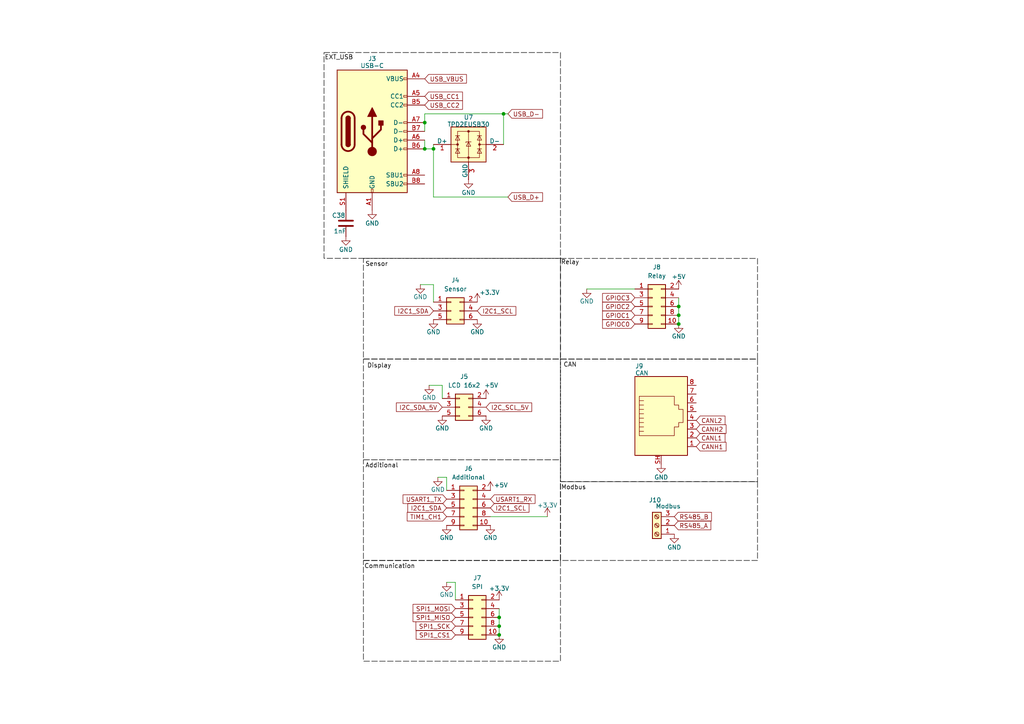
<source format=kicad_sch>
(kicad_sch (version 20250114) (generator "eeschema") (generator_version "9.0")
  (paper "A4")
  (title_block (title "IoT Logger B - Connectors") (date "2026-01-24") (rev "1.0") (company "Piotr Kłyś"))
  (lib_symbols
    (symbol "Connector:8P8C_Shielded" (pin_names (offset 1.016))
      (property "Reference" "J" (at -5.08 13.97 0))
      (property "Value" "8P8C_Shielded" (at 2.54 13.97 0))
      (symbol "8P8C_Shielded_0_1"
        (polyline (pts (xy -6.35 1.905) (xy -5.08 1.905) (xy -5.08 1.905)))
        (polyline (pts (xy -6.35 0.635) (xy -5.08 0.635) (xy -5.08 0.635)))
        (polyline (pts (xy -6.35 -0.635) (xy -5.08 -0.635) (xy -5.08 -0.635)))
        (polyline (pts (xy -6.35 -1.905) (xy -5.08 -1.905) (xy -5.08 -1.905)))
        (polyline (pts (xy -6.35 -3.175) (xy -5.08 -3.175) (xy -5.08 -3.175)))
        (polyline (pts (xy -6.35 -4.445) (xy -6.35 6.985) (xy 3.81 6.985) (xy 3.81 4.445) (xy 5.08 4.445) (xy 5.08 3.175) (xy 6.35 3.175) (xy 6.35 -0.635) (xy 5.08 -0.635) (xy 5.08 -1.905) (xy 3.81 -1.905) (xy 3.81 -4.445) (xy -6.35 -4.445) (xy -6.35 -4.445)))
        (polyline (pts (xy -5.08 5.715) (xy -6.35 5.715)))
        (polyline (pts (xy -5.08 4.445) (xy -6.35 4.445)))
        (polyline (pts (xy -5.08 3.175) (xy -6.35 3.175) (xy -6.35 3.175)))
        (rectangle (start 7.62 12.7) (end -7.62 -10.16) (stroke (width 0.254)) (fill (type background)))
      )
      (symbol "8P8C_Shielded_1_1"
        (pin passive line (at 0 -12.7 90) (length 2.54) (name "~") (number "SH"))
        (pin passive line (at 10.16 10.16 180) (length 2.54) (name "~") (number "8"))
        (pin passive line (at 10.16 7.62 180) (length 2.54) (name "~") (number "7"))
        (pin passive line (at 10.16 5.08 180) (length 2.54) (name "~") (number "6"))
        (pin passive line (at 10.16 2.54 180) (length 2.54) (name "~") (number "5"))
        (pin passive line (at 10.16 0 180) (length 2.54) (name "~") (number "4"))
        (pin passive line (at 10.16 -2.54 180) (length 2.54) (name "~") (number "3"))
        (pin passive line (at 10.16 -5.08 180) (length 2.54) (name "~") (number "2"))
        (pin passive line (at 10.16 -7.62 180) (length 2.54) (name "~") (number "1"))
      )
    )
    (symbol "Connector:Screw_Terminal_01x03" (pin_names (offset 1.016) (hide yes))
      (property "Reference" "J" (at 0 5.08 0))
      (property "Value" "Screw_Terminal_01x03" (at 0 -5.08 0))
      (symbol "Screw_Terminal_01x03_1_1"
        (rectangle (start -1.27 3.81) (end 1.27 -3.81) (stroke (width 0.254)) (fill (type background)))
        (polyline (pts (xy -0.5334 2.8702) (xy 0.3302 2.032)) (stroke (width 0.1524)))
        (polyline (pts (xy -0.5334 0.3302) (xy 0.3302 -0.508)) (stroke (width 0.1524)))
        (polyline (pts (xy -0.5334 -2.2098) (xy 0.3302 -3.048)) (stroke (width 0.1524)))
        (polyline (pts (xy -0.3556 3.048) (xy 0.508 2.2098)) (stroke (width 0.1524)))
        (polyline (pts (xy -0.3556 0.508) (xy 0.508 -0.3302)) (stroke (width 0.1524)))
        (polyline (pts (xy -0.3556 -2.032) (xy 0.508 -2.8702)) (stroke (width 0.1524)))
        (circle (center 0 2.54) (radius 0.635) (stroke (width 0.1524)))
        (circle (center 0 0) (radius 0.635) (stroke (width 0.1524)))
        (circle (center 0 -2.54) (radius 0.635) (stroke (width 0.1524)))
        (pin passive line (at -5.08 2.54 0) (length 3.81) (name "Pin_1") (number "1"))
        (pin passive line (at -5.08 0 0) (length 3.81) (name "Pin_2") (number "2"))
        (pin passive line (at -5.08 -2.54 0) (length 3.81) (name "Pin_3") (number "3"))
      )
    )
    (symbol "Connector:USB_C_Receptacle_USB2.0_16P" (pin_names (offset 1.016))
      (property "Reference" "J" (at 0 22.225 0))
      (property "Value" "USB_C_Receptacle_USB2.0_16P" (at 0 19.685 0))
      (symbol "USB_C_Receptacle_USB2.0_16P_0_0"
        (rectangle (start -0.254 -17.78) (end 0.254 -16.764))
        (rectangle (start 10.16 15.494) (end 9.144 14.986))
        (rectangle (start 10.16 10.414) (end 9.144 9.906))
        (rectangle (start 10.16 7.874) (end 9.144 7.366))
        (rectangle (start 10.16 2.794) (end 9.144 2.286))
        (rectangle (start 10.16 0.254) (end 9.144 -0.254))
        (rectangle (start 10.16 -2.286) (end 9.144 -2.794))
        (rectangle (start 10.16 -4.826) (end 9.144 -5.334))
        (rectangle (start 10.16 -12.446) (end 9.144 -12.954))
        (rectangle (start 10.16 -14.986) (end 9.144 -15.494))
      )
      (symbol "USB_C_Receptacle_USB2.0_16P_0_1"
        (rectangle (start -10.16 17.78) (end 10.16 -17.78) (stroke (width 0.254)) (fill (type background)))
        (polyline (pts (xy -8.89 -3.81) (xy -8.89 3.81)) (stroke (width 0.508)))
        (rectangle (start -7.62 -3.81) (end -6.35 3.81) (stroke (width 0.254)) (fill (type outline)))
        (arc (start -7.62 3.81) (mid -6.985 4.4423) (end -6.35 3.81) (stroke (width 0.254)))
        (arc (start -7.62 3.81) (mid -6.985 4.4423) (end -6.35 3.81) (stroke (width 0.254)) (fill (type outline)))
        (arc (start -8.89 3.81) (mid -6.985 5.7067) (end -5.08 3.81) (stroke (width 0.508)))
        (arc (start -5.08 -3.81) (mid -6.985 -5.7067) (end -8.89 -3.81) (stroke (width 0.508)))
        (arc (start -6.35 -3.81) (mid -6.985 -4.4423) (end -7.62 -3.81) (stroke (width 0.254)))
        (arc (start -6.35 -3.81) (mid -6.985 -4.4423) (end -7.62 -3.81) (stroke (width 0.254)) (fill (type outline)))
        (polyline (pts (xy -5.08 3.81) (xy -5.08 -3.81)) (stroke (width 0.508)))
        (circle (center -2.54 1.143) (radius 0.635) (stroke (width 0.254)) (fill (type outline)))
        (polyline (pts (xy -1.27 4.318) (xy 0 6.858) (xy 1.27 4.318) (xy -1.27 4.318)) (stroke (width 0.254)) (fill (type outline)))
        (polyline (pts (xy 0 -2.032) (xy 2.54 0.508) (xy 2.54 1.778)) (stroke (width 0.508)))
        (polyline (pts (xy 0 -3.302) (xy -2.54 -0.762) (xy -2.54 0.508)) (stroke (width 0.508)))
        (polyline (pts (xy 0 -5.842) (xy 0 4.318)) (stroke (width 0.508)))
        (circle (center 0 -5.842) (radius 1.27) (fill (type outline)))
        (rectangle (start 1.905 1.778) (end 3.175 3.048) (stroke (width 0.254)) (fill (type outline)))
      )
      (symbol "USB_C_Receptacle_USB2.0_16P_1_1"
        (pin passive line (at -7.62 -22.86 90) (length 5.08) (name "SHIELD") (number "S1"))
        (pin passive line (at 0 -22.86 90) (length 5.08) (name "GND") (number "A1"))
        (pin passive line (at 0 -22.86 90) (length 5.08) (hide yes) (name "GND") (number "A12"))
        (pin passive line (at 0 -22.86 90) (length 5.08) (hide yes) (name "GND") (number "B1"))
        (pin passive line (at 0 -22.86 90) (length 5.08) (hide yes) (name "GND") (number "B12"))
        (pin passive line (at 15.24 15.24 180) (length 5.08) (name "VBUS") (number "A4"))
        (pin passive line (at 15.24 15.24 180) (length 5.08) (hide yes) (name "VBUS") (number "A9"))
        (pin passive line (at 15.24 15.24 180) (length 5.08) (hide yes) (name "VBUS") (number "B4"))
        (pin passive line (at 15.24 15.24 180) (length 5.08) (hide yes) (name "VBUS") (number "B9"))
        (pin bidirectional line (at 15.24 10.16 180) (length 5.08) (name "CC1") (number "A5"))
        (pin bidirectional line (at 15.24 7.62 180) (length 5.08) (name "CC2") (number "B5"))
        (pin bidirectional line (at 15.24 2.54 180) (length 5.08) (name "D-") (number "A7"))
        (pin bidirectional line (at 15.24 0 180) (length 5.08) (name "D-") (number "B7"))
        (pin bidirectional line (at 15.24 -2.54 180) (length 5.08) (name "D+") (number "A6"))
        (pin bidirectional line (at 15.24 -5.08 180) (length 5.08) (name "D+") (number "B6"))
        (pin bidirectional line (at 15.24 -12.7 180) (length 5.08) (name "SBU1") (number "A8"))
        (pin bidirectional line (at 15.24 -15.24 180) (length 5.08) (name "SBU2") (number "B8"))
      )
    )
    (symbol "Connector_Generic:Conn_02x03_Odd_Even" (pin_names (offset 1.016) (hide yes))
      (property "Reference" "J" (at 1.27 5.08 0))
      (property "Value" "Conn_02x03_Odd_Even" (at 1.27 -5.08 0))
      (symbol "Conn_02x03_Odd_Even_1_1"
        (rectangle (start -1.27 3.81) (end 3.81 -3.81) (stroke (width 0.254)) (fill (type background)))
        (rectangle (start -1.27 2.667) (end 0 2.413) (stroke (width 0.1524)))
        (rectangle (start -1.27 0.127) (end 0 -0.127) (stroke (width 0.1524)))
        (rectangle (start -1.27 -2.413) (end 0 -2.667) (stroke (width 0.1524)))
        (rectangle (start 3.81 2.667) (end 2.54 2.413) (stroke (width 0.1524)))
        (rectangle (start 3.81 0.127) (end 2.54 -0.127) (stroke (width 0.1524)))
        (rectangle (start 3.81 -2.413) (end 2.54 -2.667) (stroke (width 0.1524)))
        (pin passive line (at -5.08 2.54 0) (length 3.81) (name "Pin_1") (number "1"))
        (pin passive line (at -5.08 0 0) (length 3.81) (name "Pin_3") (number "3"))
        (pin passive line (at -5.08 -2.54 0) (length 3.81) (name "Pin_5") (number "5"))
        (pin passive line (at 7.62 2.54 180) (length 3.81) (name "Pin_2") (number "2"))
        (pin passive line (at 7.62 0 180) (length 3.81) (name "Pin_4") (number "4"))
        (pin passive line (at 7.62 -2.54 180) (length 3.81) (name "Pin_6") (number "6"))
      )
    )
    (symbol "Connector_Generic:Conn_02x05_Odd_Even" (pin_names (offset 1.016) (hide yes))
      (property "Reference" "J" (at 1.27 7.62 0))
      (property "Value" "Conn_02x05_Odd_Even" (at 1.27 -7.62 0))
      (symbol "Conn_02x05_Odd_Even_1_1"
        (rectangle (start -1.27 6.35) (end 3.81 -6.35) (stroke (width 0.254)) (fill (type background)))
        (rectangle (start -1.27 5.207) (end 0 4.953) (stroke (width 0.1524)))
        (rectangle (start -1.27 2.667) (end 0 2.413) (stroke (width 0.1524)))
        (rectangle (start -1.27 0.127) (end 0 -0.127) (stroke (width 0.1524)))
        (rectangle (start -1.27 -2.413) (end 0 -2.667) (stroke (width 0.1524)))
        (rectangle (start -1.27 -4.953) (end 0 -5.207) (stroke (width 0.1524)))
        (rectangle (start 3.81 5.207) (end 2.54 4.953) (stroke (width 0.1524)))
        (rectangle (start 3.81 2.667) (end 2.54 2.413) (stroke (width 0.1524)))
        (rectangle (start 3.81 0.127) (end 2.54 -0.127) (stroke (width 0.1524)))
        (rectangle (start 3.81 -2.413) (end 2.54 -2.667) (stroke (width 0.1524)))
        (rectangle (start 3.81 -4.953) (end 2.54 -5.207) (stroke (width 0.1524)))
        (pin passive line (at -5.08 5.08 0) (length 3.81) (name "Pin_1") (number "1"))
        (pin passive line (at -5.08 2.54 0) (length 3.81) (name "Pin_3") (number "3"))
        (pin passive line (at -5.08 0 0) (length 3.81) (name "Pin_5") (number "5"))
        (pin passive line (at -5.08 -2.54 0) (length 3.81) (name "Pin_7") (number "7"))
        (pin passive line (at -5.08 -5.08 0) (length 3.81) (name "Pin_9") (number "9"))
        (pin passive line (at 7.62 5.08 180) (length 3.81) (name "Pin_2") (number "2"))
        (pin passive line (at 7.62 2.54 180) (length 3.81) (name "Pin_4") (number "4"))
        (pin passive line (at 7.62 0 180) (length 3.81) (name "Pin_6") (number "6"))
        (pin passive line (at 7.62 -2.54 180) (length 3.81) (name "Pin_8") (number "8"))
        (pin passive line (at 7.62 -5.08 180) (length 3.81) (name "Pin_10") (number "10"))
      )
    )
    (symbol "Device:C" (pin_numbers (hide yes)) (pin_names (offset 0.254))
      (property "Reference" "C" (at 0.635 2.54 0))
      (property "Value" "C" (at 0.635 -2.54 0))
      (symbol "C_0_1"
        (polyline (pts (xy -2.032 0.762) (xy 2.032 0.762)) (stroke (width 0.508)))
        (polyline (pts (xy -2.032 -0.762) (xy 2.032 -0.762)) (stroke (width 0.508)))
      )
      (symbol "C_1_1"
        (pin passive line (at 0 3.81 270) (length 2.794) (name "~") (number "1"))
        (pin passive line (at 0 -3.81 90) (length 2.794) (name "~") (number "2"))
      )
    )
    (symbol "Power_Protection:TPD2EUSB30" (pin_names (offset 0))
      (property "Reference" "U" (at 0 6.35 0))
      (property "Value" "TPD2EUSB30" (at 7.62 -7.62 0))
      (symbol "TPD2EUSB30_0_1"
        (rectangle (start -5.08 5.08) (end 5.08 -5.08) (stroke (width 0.254)) (fill (type background)))
        (polyline (pts (xy -5.08 0) (xy -3.175 0)))
        (polyline (pts (xy -3.81 2.54) (xy -2.54 2.54)))
        (polyline (pts (xy -3.81 -1.27) (xy -2.54 -1.27)))
        (rectangle (start -3.175 3.81) (end 3.175 -3.81))
        (circle (center -3.175 0) (radius 0.2794) (fill (type outline)))
        (polyline (pts (xy -2.54 1.27) (xy -3.81 1.27) (xy -3.175 2.54) (xy -2.54 1.27)))
        (polyline (pts (xy -2.54 -2.54) (xy -3.81 -2.54) (xy -3.175 -1.27) (xy -2.54 -2.54)))
        (circle (center 0 3.81) (radius 0.2794) (fill (type outline)))
        (polyline (pts (xy 0 3.81) (xy 0 -5.08)))
        (circle (center 0 -3.81) (radius 0.2794) (fill (type outline)))
        (polyline (pts (xy 0.635 -0.508) (xy -0.635 -0.508) (xy 0 0.762) (xy 0.635 -0.508)))
        (polyline (pts (xy 0.762 0.762) (xy -0.762 0.762) (xy -0.762 0.508)))
        (polyline (pts (xy 2.54 2.54) (xy 3.81 2.54)))
        (polyline (pts (xy 2.54 -1.27) (xy 3.81 -1.27)))
        (circle (center 3.175 0) (radius 0.2794) (fill (type outline)))
        (polyline (pts (xy 3.81 1.27) (xy 2.54 1.27) (xy 3.175 2.54) (xy 3.81 1.27)))
        (polyline (pts (xy 3.81 -2.54) (xy 2.54 -2.54) (xy 3.175 -1.27) (xy 3.81 -2.54)))
        (polyline (pts (xy 5.08 0) (xy 3.175 0)))
      )
      (symbol "TPD2EUSB30_1_1"
        (pin passive line (at -10.16 0 0) (length 5.08) (name "D+") (number "1"))
        (pin passive line (at 0 -10.16 90) (length 5.08) (name "GND") (number "3"))
        (pin passive line (at 10.16 0 180) (length 5.08) (name "D-") (number "2"))
      )
    )
    (symbol "power:+3.3V" (power) (pin_numbers (hide yes)) (pin_names (offset 0) (hide yes))
      (property "Value" "+3.3V" (at 0 3.556 0))
      (symbol "+3.3V_0_1"
        (polyline (pts (xy -0.762 1.27) (xy 0 2.54)))
        (polyline (pts (xy 0 2.54) (xy 0.762 1.27)))
        (polyline (pts (xy 0 0) (xy 0 2.54)))
      )
      (symbol "+3.3V_1_1"
        (pin power_in line (at 0 0 90) (length 0) (name "~") (number "1"))
      )
    )
    (symbol "power:+5V" (power) (pin_numbers (hide yes)) (pin_names (offset 0) (hide yes))
      (property "Value" "+5V" (at 0 3.556 0))
      (symbol "+5V_0_1"
        (polyline (pts (xy -0.762 1.27) (xy 0 2.54)))
        (polyline (pts (xy 0 2.54) (xy 0.762 1.27)))
        (polyline (pts (xy 0 0) (xy 0 2.54)))
      )
      (symbol "+5V_1_1"
        (pin power_in line (at 0 0 90) (length 0) (name "~") (number "1"))
      )
    )
    (symbol "power:GND" (power) (pin_numbers (hide yes)) (pin_names (offset 0) (hide yes))
      (property "Value" "GND" (at 0 -3.81 0))
      (symbol "GND_0_1"
        (polyline (pts (xy 0 0) (xy 0 -1.27) (xy 1.27 -1.27) (xy 0 -2.54) (xy -1.27 -1.27) (xy 0 -1.27)))
      )
      (symbol "GND_1_1"
        (pin power_in line (at 0 0 270) (length 0) (name "~") (number "1"))
      )
    )
  )
  (rectangle (start 105.41 133.35) (end 162.56 162.56) (stroke (width 0) (type dash) (color 0 0 0 1)))
  (rectangle (start 105.41 104.14) (end 162.56 133.35) (stroke (width 0) (type dash) (color 0 0 0 1)))
  (rectangle (start 162.5599 74.9536) (end 219.7099 104.1636) (stroke (width 0) (type dash) (color 0 0 0 1)))
  (rectangle (start 162.56 139.7) (end 219.71 162.56) (stroke (width 0) (type dash) (color 0 0 0 1)))
  (rectangle (start 105.41 162.56) (end 162.56 191.77) (stroke (width 0) (type dash) (color 0 0 0 1)))
  (rectangle (start 162.56 104.14) (end 219.71 139.7) (stroke (width 0) (type dash) (color 0 0 0 1)))
  (rectangle (start 93.98 15.24) (end 162.56 74.93) (stroke (width 0) (type dash) (color 0 0 0 1)))
  (rectangle (start 105.41 74.93) (end 162.56 104.14) (stroke (width 0) (type dash) (color 0 0 0 1)))
  (text "EXT_USB" (at 98.298 16.764 0) (effects (font (size 1.27 1.27))))
  (text "Additional" (at 110.744 135.128 0) (effects (font (size 1.27 1.27))))
  (text "Sensor " (at 109.728 76.708 0) (effects (font (size 1.27 1.27))))
  (text "Modbus" (at 166.37 141.478 0) (effects (font (size 1.27 1.27))))
  (text "Relay" (at 165.354 76.2 0) (effects (font (size 1.27 1.27))))
  (text "CAN" (at 165.354 105.918 0) (effects (font (size 1.27 1.27))))
  (text "Display" (at 109.982 106.172 0) (effects (font (size 1.27 1.27))))
  (text "Communication" (at 113.03 164.338 0) (effects (font (size 1.27 1.27))))
  (junction (at 196.85 88.9))
  (junction (at 144.78 179.07))
  (junction (at 123.19 43.18))
  (junction (at 144.78 184.15))
  (junction (at 196.85 93.98))
  (junction (at 125.73 43.18))
  (junction (at 146.05 33.02))
  (junction (at 196.85 91.44))
  (junction (at 144.78 181.61))
  (junction (at 123.19 35.56))
  (wire (pts (xy 129.54 138.43) (xy 127 138.43)))
  (wire (pts (xy 125.73 82.55) (xy 121.92 82.55)))
  (wire (pts (xy 146.05 33.02) (xy 123.19 33.02)))
  (wire (pts (xy 147.32 33.02) (xy 146.05 33.02)))
  (wire (pts (xy 146.05 33.02) (xy 146.05 41.91)))
  (wire (pts (xy 128.27 111.76) (xy 124.46 111.76)))
  (wire (pts (xy 196.85 86.36) (xy 196.85 88.9)))
  (wire (pts (xy 128.27 115.57) (xy 128.27 111.76)))
  (wire (pts (xy 170.18 83.82) (xy 184.15 83.82)))
  (wire (pts (xy 196.85 88.9) (xy 196.85 91.44)))
  (wire (pts (xy 132.08 168.91) (xy 132.08 173.99)))
  (wire (pts (xy 144.78 179.07) (xy 144.78 181.61)))
  (wire (pts (xy 142.24 149.86) (xy 158.75 149.86)))
  (wire (pts (xy 123.19 33.02) (xy 123.19 35.56)))
  (wire (pts (xy 125.73 43.18) (xy 125.73 57.15)))
  (wire (pts (xy 147.32 57.15) (xy 125.73 57.15)))
  (wire (pts (xy 129.54 142.24) (xy 129.54 138.43)))
  (wire (pts (xy 123.19 40.64) (xy 123.19 43.18)))
  (wire (pts (xy 123.19 35.56) (xy 123.19 38.1)))
  (wire (pts (xy 144.78 176.53) (xy 144.78 179.07)))
  (wire (pts (xy 125.73 43.18) (xy 123.19 43.18)))
  (wire (pts (xy 196.85 91.44) (xy 196.85 93.98)))
  (wire (pts (xy 129.54 168.91) (xy 132.08 168.91)))
  (wire (pts (xy 125.73 41.91) (xy 125.73 43.18)))
  (wire (pts (xy 144.78 181.61) (xy 144.78 184.15)))
  (wire (pts (xy 125.73 87.63) (xy 125.73 82.55)))
  (global_label "I2C1_SCL" (shape input) (at 138.43 90.17 0) (property "Intersheetrefs" "${INTERSHEET_REFS}" (effects (hide yes))))
  (global_label "CANH1" (shape input) (at 201.93 129.54 0) (property "Intersheetrefs" "${INTERSHEET_REFS}" (effects (hide yes))))
  (global_label "CANL1" (shape input) (at 201.93 127 0) (property "Intersheetrefs" "${INTERSHEET_REFS}" (effects (hide yes))))
  (global_label "USB_D+" (shape input) (at 147.32 57.15 0) (property "Intersheetrefs" "${INTERSHEET_REFS}" (effects (hide yes))))
  (global_label "TIM1_CH1" (shape input) (at 129.54 149.86 180) (property "Intersheetrefs" "${INTERSHEET_REFS}" (effects (hide yes))))
  (global_label "USB_VBUS" (shape input) (at 123.19 22.86 0) (property "Intersheetrefs" "${INTERSHEET_REFS}" (effects (hide yes))))
  (global_label "GPIOC2" (shape input) (at 184.15 88.9 180) (property "Intersheetrefs" "${INTERSHEET_REFS}" (effects (hide yes))))
  (global_label "I2C1_SDA" (shape input) (at 125.73 90.17 180) (property "Intersheetrefs" "${INTERSHEET_REFS}" (effects (hide yes))))
  (global_label "USB_D-" (shape input) (at 147.32 33.02 0) (property "Intersheetrefs" "${INTERSHEET_REFS}" (effects (hide yes))))
  (global_label "I2C1_SCL" (shape input) (at 142.24 147.32 0) (property "Intersheetrefs" "${INTERSHEET_REFS}" (effects (hide yes))))
  (global_label "USART1_TX" (shape input) (at 129.54 144.78 180) (property "Intersheetrefs" "${INTERSHEET_REFS}" (effects (hide yes))))
  (global_label "SPI1_MOSI" (shape input) (at 132.08 176.53 180) (property "Intersheetrefs" "${INTERSHEET_REFS}" (effects (hide yes))))
  (global_label "SPI1_CS1" (shape input) (at 132.08 184.15 180) (property "Intersheetrefs" "${INTERSHEET_REFS}" (effects (hide yes))))
  (global_label "GPIOC1" (shape input) (at 184.15 91.44 180) (property "Intersheetrefs" "${INTERSHEET_REFS}" (effects (hide yes))))
  (global_label "CANL2" (shape input) (at 201.93 121.92 0) (property "Intersheetrefs" "${INTERSHEET_REFS}" (effects (hide yes))))
  (global_label "GPIOC3" (shape input) (at 184.15 86.36 180) (property "Intersheetrefs" "${INTERSHEET_REFS}" (effects (hide yes))))
  (global_label "USB_CC1" (shape input) (at 123.19 27.94 0) (property "Intersheetrefs" "${INTERSHEET_REFS}" (effects (hide yes))))
  (global_label "GPIOC0" (shape input) (at 184.15 93.98 180) (property "Intersheetrefs" "${INTERSHEET_REFS}" (effects (hide yes))))
  (global_label "USB_CC2" (shape input) (at 123.19 30.48 0) (property "Intersheetrefs" "${INTERSHEET_REFS}" (effects (hide yes))))
  (global_label "USART1_RX" (shape input) (at 142.24 144.78 0) (property "Intersheetrefs" "${INTERSHEET_REFS}" (effects (hide yes))))
  (global_label "I2C_SCL_5V" (shape input) (at 140.97 118.11 0) (property "Intersheetrefs" "${INTERSHEET_REFS}" (effects (hide yes))))
  (global_label "SPI1_MISO" (shape input) (at 132.08 179.07 180) (property "Intersheetrefs" "${INTERSHEET_REFS}" (effects (hide yes))))
  (global_label "I2C_SDA_5V" (shape input) (at 128.27 118.11 180) (property "Intersheetrefs" "${INTERSHEET_REFS}" (effects (hide yes))))
  (global_label "CANH2" (shape input) (at 201.93 124.46 0) (property "Intersheetrefs" "${INTERSHEET_REFS}" (effects (hide yes))))
  (global_label "SPI1_SCK" (shape input) (at 132.08 181.61 180) (property "Intersheetrefs" "${INTERSHEET_REFS}" (effects (hide yes))))
  (global_label "RS485_B" (shape input) (at 195.58 149.86 0) (property "Intersheetrefs" "${INTERSHEET_REFS}" (effects (hide yes))))
  (global_label "I2C1_SDA" (shape input) (at 129.54 147.32 180) (property "Intersheetrefs" "${INTERSHEET_REFS}" (effects (hide yes))))
  (global_label "RS485_A" (shape input) (at 195.58 152.4 0) (property "Intersheetrefs" "${INTERSHEET_REFS}" (effects (hide yes))))
  (symbol (lib_id "power:GND") (at 170.18 83.82 0) (unit 1)
    (property "Reference" "#PWR0101" (effects (hide yes)))
    (property "Value" "GND" (at 170.18 87.376 0))
    (property "Description" "Power symbol creates a global label with name \"GND\" , ground" (effects (hide yes)))
  )
  (symbol (lib_id "power:+3.3V") (at 140.97 115.57 0) (unit 1)
    (property "Reference" "#PWR094" (effects (hide yes)))
    (property "Value" "+5V" (at 142.494 111.76 0))
    (property "Description" "Power symbol creates a global label with name \"+3.3V\"" (effects (hide yes)))
  )
  (symbol (lib_id "power:GND") (at 127 138.43 0) (unit 1)
    (property "Reference" "#PWR087" (effects (hide yes)))
    (property "Value" "GND" (at 127 141.986 0))
    (property "Description" "Power symbol creates a global label with name \"GND\" , ground" (effects (hide yes)))
  )
  (symbol (lib_id "power:+3.3V") (at 144.78 173.99 0) (unit 1)
    (property "Reference" "#PWR098" (effects (hide yes)))
    (property "Value" "+3.3V" (at 144.78 170.688 0))
    (property "Description" "Power symbol creates a global label with name \"+3.3V\"" (effects (hide yes)))
  )
  (symbol (lib_id "power:+3.3V") (at 158.75 149.86 0) (unit 1)
    (property "Reference" "#PWR0100" (effects (hide yes)))
    (property "Value" "+3.3V" (at 158.75 146.558 0))
    (property "Description" "Power symbol creates a global label with name \"+3.3V\"" (effects (hide yes)))
  )
  (symbol (lib_id "power:GND") (at 100.33 68.58 0) (unit 1)
    (property "Reference" "#PWR082" (effects (hide yes)))
    (property "Value" "GND" (at 100.33 72.39 0))
    (property "Description" "Power symbol creates a global label with name \"GND\" , ground" (effects (hide yes)))
  )
  (symbol (lib_id "power:GND") (at 107.95 60.96 0) (unit 1)
    (property "Reference" "#PWR083" (effects (hide yes)))
    (property "Value" "GND" (at 107.95 64.77 0))
    (property "Description" "Power symbol creates a global label with name \"GND\" , ground" (effects (hide yes)))
  )
  (symbol (lib_id "power:GND") (at 140.97 120.65 0) (unit 1)
    (property "Reference" "#PWR095" (effects (hide yes)))
    (property "Value" "GND" (at 140.97 124.206 0))
    (property "Description" "Power symbol creates a global label with name \"GND\" , ground" (effects (hide yes)))
  )
  (symbol (lib_id "power:GND") (at 124.46 111.76 0) (unit 1)
    (property "Reference" "#PWR085" (effects (hide yes)))
    (property "Value" "GND" (at 124.46 115.316 0))
    (property "Description" "Power symbol creates a global label with name \"GND\" , ground" (effects (hide yes)))
  )
  (symbol (lib_id "power:GND") (at 129.54 152.4 0) (unit 1)
    (property "Reference" "#PWR089" (effects (hide yes)))
    (property "Value" "GND" (at 129.54 155.956 0))
    (property "Description" "Power symbol creates a global label with name \"GND\" , ground" (effects (hide yes)))
  )
  (symbol (lib_id "power:GND") (at 128.27 120.65 0) (unit 1)
    (property "Reference" "#PWR088" (effects (hide yes)))
    (property "Value" "GND" (at 128.27 124.206 0))
    (property "Description" "Power symbol creates a global label with name \"GND\" , ground" (effects (hide yes)))
  )
  (symbol (lib_id "power:GND") (at 125.73 92.71 0) (unit 1)
    (property "Reference" "#PWR086" (effects (hide yes)))
    (property "Value" "GND" (at 125.73 96.266 0))
    (property "Description" "Power symbol creates a global label with name \"GND\" , ground" (effects (hide yes)))
  )
  (symbol (lib_id "Connector_Generic:Conn_02x05_Odd_Even") (at 189.23 88.9 0) (unit 1)
    (property "Reference" "J8" (at 190.5 77.47 0))
    (property "Value" "Relay" (at 190.5 80.01 0))
    (property "Footprint" "Connector_IDC:IDC-Header_2x05_P2.54mm_Vertical" (effects (hide yes)))
    (property "Description" "Generic connector, double row, 02x05, odd/even pin numbering scheme (row 1 odd numbers, row 2 even numbers), script generated (kicad-library-utils/schlib/autogen/connector/)" (effects (hide yes)))
  )
  (symbol (lib_id "power:GND") (at 196.85 93.98 0) (unit 1)
    (property "Reference" "#PWR0104" (effects (hide yes)))
    (property "Value" "GND" (at 196.85 97.536 0))
    (property "Description" "Power symbol creates a global label with name \"GND\" , ground" (effects (hide yes)))
  )
  (symbol (lib_id "Connector_Generic:Conn_02x05_Odd_Even") (at 137.16 179.07 0) (unit 1)
    (property "Reference" "J7" (at 138.43 167.64 0))
    (property "Value" "SPI" (at 138.43 170.18 0))
    (property "Footprint" "Connector_IDC:IDC-Header_2x05_P2.54mm_Vertical" (effects (hide yes)))
    (property "Description" "Generic connector, double row, 02x05, odd/even pin numbering scheme (row 1 odd numbers, row 2 even numbers), script generated (kicad-library-utils/schlib/autogen/connector/)" (effects (hide yes)))
  )
  (symbol (lib_id "power:GND") (at 138.43 92.71 0) (unit 1)
    (property "Reference" "#PWR093" (effects (hide yes)))
    (property "Value" "GND" (at 138.43 96.266 0))
    (property "Description" "Power symbol creates a global label with name \"GND\" , ground" (effects (hide yes)))
  )
  (symbol (lib_id "Connector:USB_C_Receptacle_USB2.0_16P") (at 107.95 38.1 0) (unit 1)
    (property "Reference" "J3" (at 107.95 17.018 0))
    (property "Value" "USB-C" (at 107.95 19.05 0))
    (property "Footprint" "Connector_USB:USB_C_Receptacle_GCT_USB4085" (effects (hide yes)))
    (property "Datasheet" "https://www.usb.org/sites/default/files/documents/usb_type-c.zip" (effects (hide yes)))
    (property "Description" "USB 2.0-only 16P Type-C Receptacle connector" (effects (hide yes)))
  )
  (symbol (lib_id "Connector:8P8C_Shielded") (at 191.77 121.92 0) (unit 1)
    (property "Reference" "J9" (at 185.42 106.172 0))
    (property "Value" "CAN" (at 186.182 108.204 0))
    (property "Footprint" "PersonalLib:RJ45_Amphenol_RJHSE5380_SHORT" (effects (hide yes)))
    (property "Description" "RJ connector, 8P8C (8 positions 8 connected), RJ31/RJ32/RJ33/RJ34/RJ35/RJ41/RJ45/RJ49/RJ61, Shielded" (effects (hide yes)))
  )
  (symbol (lib_id "Device:C") (at 100.33 64.77 0) (unit 1)
    (property "Reference" "C38" (at 96.266 62.484 0) (effects (justify left)))
    (property "Value" "1nF" (at 96.774 67.056 0) (effects (justify left)))
    (property "Footprint" "Capacitor_SMD:C_0603_1608Metric" (effects (hide yes)))
    (property "Description" "Unpolarized capacitor" (effects (hide yes)))
  )
  (symbol (lib_id "Connector_Generic:Conn_02x03_Odd_Even") (at 130.81 90.17 0) (unit 1)
    (property "Reference" "J4" (at 132.08 81.28 0))
    (property "Value" "Sensor" (at 132.08 83.82 0))
    (property "Footprint" "Connector_IDC:IDC-Header_2x03_P2.54mm_Vertical" (effects (hide yes)))
    (property "Description" "Generic connector, double row, 02x03, odd/even pin numbering scheme (row 1 odd numbers, row 2 even numbers), script generated (kicad-library-utils/schlib/autogen/connector/)" (effects (hide yes)))
  )
  (symbol (lib_id "Connector_Generic:Conn_02x03_Odd_Even") (at 133.35 118.11 0) (unit 1)
    (property "Reference" "J5" (at 134.62 109.22 0))
    (property "Value" "LCD 16x2" (at 134.62 111.76 0))
    (property "Footprint" "Connector_IDC:IDC-Header_2x03_P2.54mm_Vertical" (effects (hide yes)))
    (property "Description" "Generic connector, double row, 02x03, odd/even pin numbering scheme (row 1 odd numbers, row 2 even numbers), script generated (kicad-library-utils/schlib/autogen/connector/)" (effects (hide yes)))
  )
  (symbol (lib_id "power:GND") (at 129.54 168.91 0) (unit 1)
    (property "Reference" "#PWR090" (effects (hide yes)))
    (property "Value" "GND" (at 129.54 172.466 0))
    (property "Description" "Power symbol creates a global label with name \"GND\" , ground" (effects (hide yes)))
  )
  (symbol (lib_id "Power_Protection:TPD2EUSB30") (at 135.89 41.91 0) (unit 1)
    (property "Reference" "U7" (at 135.89 34.036 0))
    (property "Value" "TPD2EUSB30" (at 135.89 36.068 0))
    (property "Footprint" "Package_TO_SOT_SMD:Texas_DRT-3" (effects (hide yes)))
    (property "Datasheet" "http://www.ti.com/lit/ds/symlink/tpd2eusb30a.pdf" (effects (hide yes)))
    (property "Description" "2-Channel ESD Protection for Super-Speed USB 3.0 Interface, DRT-3" (effects (hide yes)))
  )
  (symbol (lib_id "power:GND") (at 121.92 82.55 0) (unit 1)
    (property "Reference" "#PWR084" (effects (hide yes)))
    (property "Value" "GND" (at 121.92 86.106 0))
    (property "Description" "Power symbol creates a global label with name \"GND\" , ground" (effects (hide yes)))
  )
  (symbol (lib_id "power:GND") (at 142.24 152.4 0) (unit 1)
    (property "Reference" "#PWR097" (effects (hide yes)))
    (property "Value" "GND" (at 142.24 155.956 0))
    (property "Description" "Power symbol creates a global label with name \"GND\" , ground" (effects (hide yes)))
  )
  (symbol (lib_id "power:+5V") (at 142.24 142.24 0) (unit 1)
    (property "Reference" "#PWR096" (effects (hide yes)))
    (property "Value" "+5V" (at 145.288 140.716 0))
    (property "Description" "Power symbol creates a global label with name \"+5V\"" (effects (hide yes)))
  )
  (symbol (lib_id "power:+3.3V") (at 138.43 87.63 0) (unit 1)
    (property "Reference" "#PWR092" (effects (hide yes)))
    (property "Value" "+3.3V" (at 141.986 84.836 0))
    (property "Description" "Power symbol creates a global label with name \"+3.3V\"" (effects (hide yes)))
  )
  (symbol (lib_id "power:+3.3V") (at 196.85 83.82 0) (unit 1)
    (property "Reference" "#PWR0103" (effects (hide yes)))
    (property "Value" "+5V" (at 196.85 80.264 0))
    (property "Description" "Power symbol creates a global label with name \"+3.3V\"" (effects (hide yes)))
  )
  (symbol (lib_id "power:GND") (at 135.89 52.07 0) (unit 1)
    (property "Reference" "#PWR091" (effects (hide yes)))
    (property "Value" "GND" (at 135.89 55.88 0))
    (property "Description" "Power symbol creates a global label with name \"GND\" , ground" (effects (hide yes)))
  )
  (symbol (lib_id "Connector:Screw_Terminal_01x03") (at 190.5 152.4 180) (unit 1)
    (property "Reference" "J10" (at 189.992 145.034 0))
    (property "Value" "Modbus" (at 193.802 146.812 0))
    (property "Footprint" "TerminalBlock_Phoenix:TerminalBlock_Phoenix_MKDS-1,5-3_1x03_P5.00mm_Horizontal" (effects (hide yes)))
    (property "Description" "Generic screw terminal, single row, 01x03, script generated (kicad-library-utils/schlib/autogen/connector/)" (effects (hide yes)))
  )
  (symbol (lib_id "power:GND") (at 195.58 154.94 0) (unit 1)
    (property "Reference" "#PWR0105" (effects (hide yes)))
    (property "Value" "GND" (at 195.58 158.75 0))
    (property "Description" "Power symbol creates a global label with name \"GND\" , ground" (effects (hide yes)))
  )
  (symbol (lib_id "power:GND") (at 191.77 134.62 0) (unit 1)
    (property "Reference" "#PWR0102" (effects (hide yes)))
    (property "Value" "GND" (at 191.77 138.43 0))
    (property "Description" "Power symbol creates a global label with name \"GND\" , ground" (effects (hide yes)))
  )
  (symbol (lib_id "power:GND") (at 144.78 184.15 0) (unit 1)
    (property "Reference" "#PWR099" (effects (hide yes)))
    (property "Value" "GND" (at 144.78 187.706 0))
    (property "Description" "Power symbol creates a global label with name \"GND\" , ground" (effects (hide yes)))
  )
  (symbol (lib_id "Connector_Generic:Conn_02x05_Odd_Even") (at 134.62 147.32 0) (unit 1)
    (property "Reference" "J6" (at 135.89 135.89 0))
    (property "Value" "Additional" (at 135.89 138.43 0))
    (property "Footprint" "Connector_IDC:IDC-Header_2x05_P2.54mm_Vertical" (effects (hide yes)))
    (property "Description" "Generic connector, double row, 02x05, odd/even pin numbering scheme (row 1 odd numbers, row 2 even numbers), script generated (kicad-library-utils/schlib/autogen/connector/)" (effects (hide yes)))
  )
)
</source>
